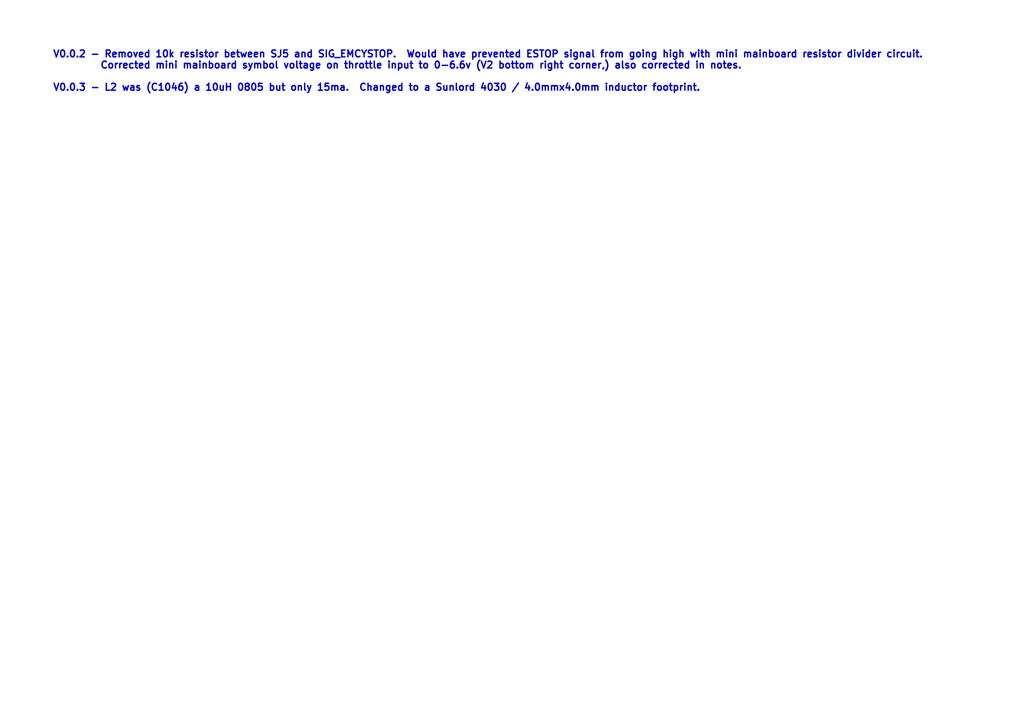
<source format=kicad_sch>
(kicad_sch (version 20211123) (generator eeschema)
  (paper "A4")
  (title_block (rev "V0.0.3"))
  (lib_symbols)
  (text "V0.0.2 - Removed 10k resistor between SJ5 and SIG_EMCYSTOP.  Would have prevented ESTOP signal from going high with mini mainboard resistor divider circuit. \n         Corrected mini mainboard symbol voltage on throttle input to 0-6.6v (V2 bottom right corner,) also corrected in notes.\n\nV0.0.3 - L2 was (C1046) a 10uH 0805 but only 15ma.  Changed to a Sunlord 4030 / 4.0mmx4.0mm inductor footprint." (at 15.24 26.67 0) (effects (font (size 2 2) (thickness 0.4) bold) (justify left bottom)))
)
</source>
